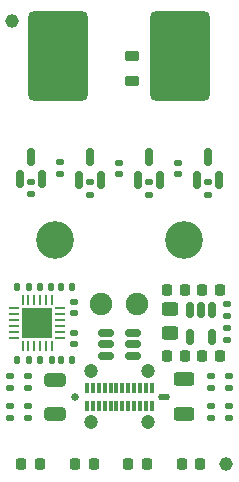
<source format=gbr>
%TF.GenerationSoftware,KiCad,Pcbnew,(6.0.4-0)*%
%TF.CreationDate,2022-12-11T03:25:18+01:00*%
%TF.ProjectId,Gigaset-Debug-Adapter,47696761-7365-4742-9d44-656275672d41,rev?*%
%TF.SameCoordinates,Original*%
%TF.FileFunction,Soldermask,Top*%
%TF.FilePolarity,Negative*%
%FSLAX46Y46*%
G04 Gerber Fmt 4.6, Leading zero omitted, Abs format (unit mm)*
G04 Created by KiCad (PCBNEW (6.0.4-0)) date 2022-12-11 03:25:18*
%MOMM*%
%LPD*%
G01*
G04 APERTURE LIST*
G04 Aperture macros list*
%AMRoundRect*
0 Rectangle with rounded corners*
0 $1 Rounding radius*
0 $2 $3 $4 $5 $6 $7 $8 $9 X,Y pos of 4 corners*
0 Add a 4 corners polygon primitive as box body*
4,1,4,$2,$3,$4,$5,$6,$7,$8,$9,$2,$3,0*
0 Add four circle primitives for the rounded corners*
1,1,$1+$1,$2,$3*
1,1,$1+$1,$4,$5*
1,1,$1+$1,$6,$7*
1,1,$1+$1,$8,$9*
0 Add four rect primitives between the rounded corners*
20,1,$1+$1,$2,$3,$4,$5,0*
20,1,$1+$1,$4,$5,$6,$7,0*
20,1,$1+$1,$6,$7,$8,$9,0*
20,1,$1+$1,$8,$9,$2,$3,0*%
G04 Aperture macros list end*
%ADD10RoundRect,0.508000X-2.032000X3.302000X-2.032000X-3.302000X2.032000X-3.302000X2.032000X3.302000X0*%
%ADD11RoundRect,0.062500X0.350000X0.062500X-0.350000X0.062500X-0.350000X-0.062500X0.350000X-0.062500X0*%
%ADD12RoundRect,0.062500X0.062500X0.350000X-0.062500X0.350000X-0.062500X-0.350000X0.062500X-0.350000X0*%
%ADD13R,2.600000X2.600000*%
%ADD14RoundRect,0.150000X-0.150000X0.512500X-0.150000X-0.512500X0.150000X-0.512500X0.150000X0.512500X0*%
%ADD15RoundRect,0.225000X-0.225000X-0.250000X0.225000X-0.250000X0.225000X0.250000X-0.225000X0.250000X0*%
%ADD16RoundRect,0.135000X0.185000X-0.135000X0.185000X0.135000X-0.185000X0.135000X-0.185000X-0.135000X0*%
%ADD17RoundRect,0.140000X-0.170000X0.140000X-0.170000X-0.140000X0.170000X-0.140000X0.170000X0.140000X0*%
%ADD18RoundRect,0.135000X-0.185000X0.135000X-0.185000X-0.135000X0.185000X-0.135000X0.185000X0.135000X0*%
%ADD19RoundRect,0.218750X-0.381250X0.218750X-0.381250X-0.218750X0.381250X-0.218750X0.381250X0.218750X0*%
%ADD20RoundRect,0.140000X0.170000X-0.140000X0.170000X0.140000X-0.170000X0.140000X-0.170000X-0.140000X0*%
%ADD21RoundRect,0.140000X-0.140000X-0.170000X0.140000X-0.170000X0.140000X0.170000X-0.140000X0.170000X0*%
%ADD22RoundRect,0.225000X0.225000X0.250000X-0.225000X0.250000X-0.225000X-0.250000X0.225000X-0.250000X0*%
%ADD23C,1.900000*%
%ADD24C,3.200000*%
%ADD25RoundRect,0.218750X-0.218750X-0.256250X0.218750X-0.256250X0.218750X0.256250X-0.218750X0.256250X0*%
%ADD26RoundRect,0.150000X0.150000X-0.587500X0.150000X0.587500X-0.150000X0.587500X-0.150000X-0.587500X0*%
%ADD27C,1.152000*%
%ADD28RoundRect,0.135000X-0.135000X-0.185000X0.135000X-0.185000X0.135000X0.185000X-0.135000X0.185000X0*%
%ADD29RoundRect,0.150000X-0.512500X-0.150000X0.512500X-0.150000X0.512500X0.150000X-0.512500X0.150000X0*%
%ADD30RoundRect,0.140000X0.140000X0.170000X-0.140000X0.170000X-0.140000X-0.170000X0.140000X-0.170000X0*%
%ADD31RoundRect,0.250000X0.625000X-0.312500X0.625000X0.312500X-0.625000X0.312500X-0.625000X-0.312500X0*%
%ADD32RoundRect,0.135000X0.135000X0.185000X-0.135000X0.185000X-0.135000X-0.185000X0.135000X-0.185000X0*%
%ADD33C,0.660000*%
%ADD34O,1.000000X0.580000*%
%ADD35R,0.300000X0.900000*%
%ADD36C,1.200000*%
%ADD37RoundRect,0.250000X0.450000X-0.325000X0.450000X0.325000X-0.450000X0.325000X-0.450000X-0.325000X0*%
%ADD38RoundRect,0.250000X0.650000X-0.325000X0.650000X0.325000X-0.650000X0.325000X-0.650000X-0.325000X0*%
G04 APERTURE END LIST*
D10*
%TO.C,TP3*%
X86220000Y-46600000D03*
%TD*%
D11*
%TO.C,U1*%
X76037500Y-70450000D03*
X76037500Y-69950000D03*
X76037500Y-69450000D03*
X76037500Y-68950000D03*
X76037500Y-68450000D03*
X76037500Y-67950000D03*
D12*
X75350000Y-67262500D03*
X74850000Y-67262500D03*
X74350000Y-67262500D03*
X73850000Y-67262500D03*
X73350000Y-67262500D03*
X72850000Y-67262500D03*
D11*
X72162500Y-67950000D03*
X72162500Y-68450000D03*
X72162500Y-68950000D03*
X72162500Y-69450000D03*
X72162500Y-69950000D03*
X72162500Y-70450000D03*
D12*
X72850000Y-71137500D03*
X73350000Y-71137500D03*
X73850000Y-71137500D03*
X74350000Y-71137500D03*
X74850000Y-71137500D03*
X75350000Y-71137500D03*
D13*
X74100000Y-69200000D03*
%TD*%
D14*
%TO.C,U3*%
X88930000Y-68072500D03*
X87980000Y-68072500D03*
X87030000Y-68072500D03*
X87030000Y-70347500D03*
X88930000Y-70347500D03*
%TD*%
D15*
%TO.C,C7*%
X85065000Y-71990000D03*
X86615000Y-71990000D03*
%TD*%
D16*
%TO.C,R4*%
X88800000Y-74710000D03*
X88800000Y-73690000D03*
%TD*%
D17*
%TO.C,C2*%
X77200000Y-70020000D03*
X77200000Y-70980000D03*
%TD*%
D18*
%TO.C,R2*%
X73300000Y-73690000D03*
X73300000Y-74710000D03*
%TD*%
D19*
%TO.C,FB1*%
X82140000Y-46597500D03*
X82140000Y-48722500D03*
%TD*%
D20*
%TO.C,C9*%
X86050000Y-56580000D03*
X86050000Y-55620000D03*
%TD*%
D21*
%TO.C,C6*%
X76120000Y-66100000D03*
X77080000Y-66100000D03*
%TD*%
D22*
%TO.C,C8*%
X89565000Y-72000000D03*
X88015000Y-72000000D03*
%TD*%
D23*
%TO.C,TP2*%
X82542000Y-67599508D03*
%TD*%
D24*
%TO.C,H2*%
X86488083Y-62150000D03*
%TD*%
D25*
%TO.C,D1*%
X72712500Y-81100000D03*
X74287500Y-81100000D03*
%TD*%
D16*
%TO.C,R3*%
X71800000Y-74710000D03*
X71800000Y-73690000D03*
%TD*%
D17*
%TO.C,C4*%
X77200000Y-67420000D03*
X77200000Y-68380000D03*
%TD*%
D26*
%TO.C,Q3*%
X72600000Y-57000000D03*
X74500000Y-57000000D03*
X73550000Y-55125000D03*
%TD*%
D27*
%TO.C,H4*%
X90100000Y-81100000D03*
%TD*%
D16*
%TO.C,R12*%
X73300000Y-77210000D03*
X73300000Y-76190000D03*
%TD*%
D26*
%TO.C,U4*%
X77600000Y-57037500D03*
X79500000Y-57037500D03*
X78550000Y-55162500D03*
%TD*%
D28*
%TO.C,R8*%
X74290000Y-72300000D03*
X75310000Y-72300000D03*
%TD*%
D16*
%TO.C,R7*%
X71800000Y-77210000D03*
X71800000Y-76190000D03*
%TD*%
D17*
%TO.C,C13*%
X81050000Y-55620000D03*
X81050000Y-56580000D03*
%TD*%
D27*
%TO.C,H3*%
X72000000Y-43600000D03*
%TD*%
D25*
%TO.C,D3*%
X77312500Y-81100000D03*
X78887500Y-81100000D03*
%TD*%
%TO.C,D2*%
X81812500Y-81100000D03*
X83387500Y-81100000D03*
%TD*%
D29*
%TO.C,U2*%
X79904500Y-70050000D03*
X79904500Y-71000000D03*
X79904500Y-71950000D03*
X82179500Y-71950000D03*
X82179500Y-71000000D03*
X82179500Y-70050000D03*
%TD*%
D30*
%TO.C,C5*%
X77080000Y-72300000D03*
X76120000Y-72300000D03*
%TD*%
D31*
%TO.C,R1*%
X86500000Y-76892160D03*
X86500000Y-73967160D03*
%TD*%
D22*
%TO.C,C10*%
X86625000Y-66430000D03*
X85075000Y-66430000D03*
%TD*%
D32*
%TO.C,R14*%
X73410000Y-72300000D03*
X72390000Y-72300000D03*
%TD*%
D23*
%TO.C,TP1*%
X79494000Y-67599508D03*
%TD*%
D18*
%TO.C,R10*%
X83550000Y-57290000D03*
X83550000Y-58310000D03*
%TD*%
D33*
%TO.C,J1*%
X77300000Y-75439660D03*
D34*
X84800000Y-75439660D03*
D35*
X78300000Y-74689660D03*
X78800000Y-74689660D03*
X79300000Y-74689660D03*
X79800000Y-74689660D03*
X80300000Y-74689660D03*
X80800000Y-74689660D03*
X81300000Y-74689660D03*
X81800000Y-74689660D03*
X82300000Y-74689660D03*
X82800000Y-74689660D03*
X83300000Y-74689660D03*
X83800000Y-74689660D03*
X83800000Y-76189660D03*
X83300000Y-76189660D03*
X82800000Y-76189660D03*
X82300000Y-76189660D03*
X81800000Y-76189660D03*
X81300000Y-76189660D03*
X80800000Y-76189660D03*
X80300000Y-76189660D03*
X79800000Y-76189660D03*
X79300000Y-76189660D03*
X78800000Y-76189660D03*
X78300000Y-76189660D03*
D36*
X78650000Y-77589660D03*
X83450000Y-77589660D03*
X83450000Y-73289660D03*
X78650000Y-73289660D03*
%TD*%
D32*
%TO.C,R6*%
X73410000Y-66100000D03*
X72390000Y-66100000D03*
%TD*%
D18*
%TO.C,R17*%
X90150000Y-67580001D03*
X90150000Y-68600001D03*
%TD*%
D26*
%TO.C,Q2*%
X87600000Y-57037500D03*
X89500000Y-57037500D03*
X88550000Y-55162500D03*
%TD*%
D16*
%TO.C,R15*%
X90300000Y-77210000D03*
X90300000Y-76190000D03*
%TD*%
D30*
%TO.C,C3*%
X75280000Y-66100000D03*
X74320000Y-66100000D03*
%TD*%
D37*
%TO.C,L1*%
X85320000Y-70025000D03*
X85320000Y-67975000D03*
%TD*%
D18*
%TO.C,R13*%
X88550000Y-57290000D03*
X88550000Y-58310000D03*
%TD*%
%TO.C,R5*%
X90300000Y-73690000D03*
X90300000Y-74710000D03*
%TD*%
%TO.C,R16*%
X73550000Y-57240000D03*
X73550000Y-58260000D03*
%TD*%
D20*
%TO.C,C11*%
X76050000Y-56530000D03*
X76050000Y-55570000D03*
%TD*%
D24*
%TO.C,H2*%
X75593215Y-62150000D03*
%TD*%
D18*
%TO.C,R9*%
X78550000Y-57290000D03*
X78550000Y-58310000D03*
%TD*%
D10*
%TO.C,TP4*%
X75860000Y-46600000D03*
%TD*%
D38*
%TO.C,C1*%
X75600000Y-76924660D03*
X75600000Y-73974660D03*
%TD*%
D16*
%TO.C,R18*%
X90150000Y-70658058D03*
X90150000Y-69638058D03*
%TD*%
D26*
%TO.C,Q1*%
X82600000Y-57037500D03*
X84500000Y-57037500D03*
X83550000Y-55162500D03*
%TD*%
D25*
%TO.C,D4*%
X86312500Y-81100000D03*
X87887500Y-81100000D03*
%TD*%
D16*
%TO.C,R11*%
X88800000Y-77210000D03*
X88800000Y-76190000D03*
%TD*%
D15*
%TO.C,C12*%
X88045000Y-66430000D03*
X89595000Y-66430000D03*
%TD*%
M02*

</source>
